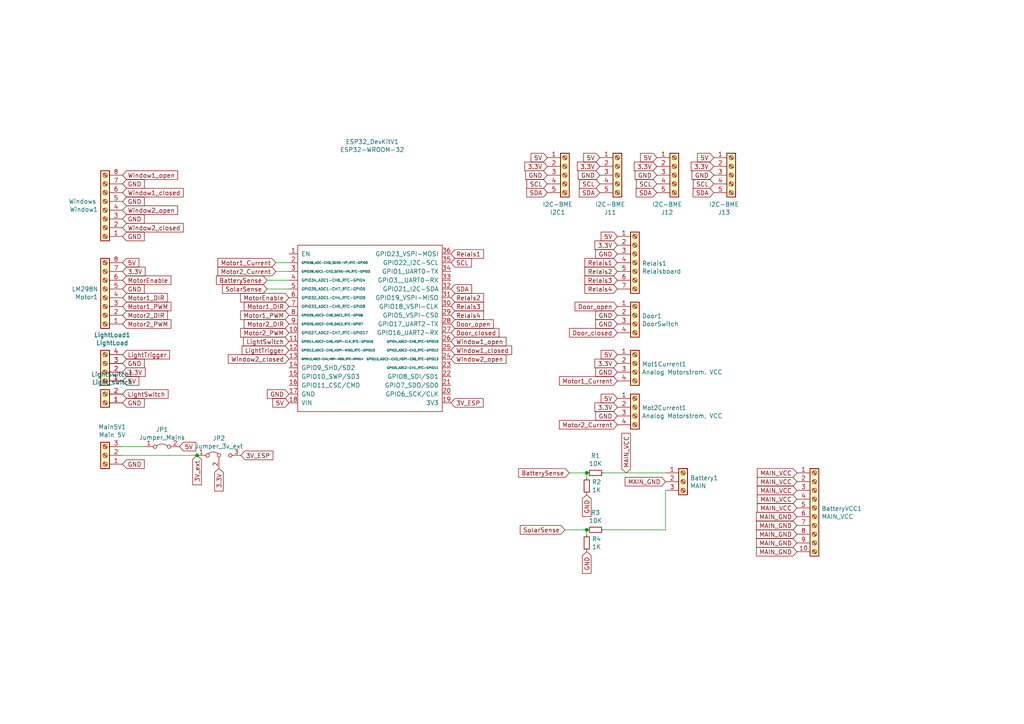
<source format=kicad_sch>
(kicad_sch (version 20211123) (generator eeschema)
  (paper "A4")
  (lib_symbols
    (symbol "Connector:Screw_Terminal_01x02" (pin_names (offset 1.016) hide)
      (property "Reference" "J" (at 0 2.54 0))
      (property "Value" "Screw_Terminal_01x02" (at 0 -5.08 0))
      (symbol "Screw_Terminal_01x02_1_1"
        (rectangle (start -1.27 1.27) (end 1.27 -3.81) (stroke (width 0.254)) (fill (type background)))
        (circle (center 0 -2.54) (radius 0.635) (stroke (width 0.1524)))
        (polyline (pts (xy -0.5334 -2.2098) (xy 0.3302 -3.048)) (stroke (width 0.1524)))
        (polyline (pts (xy -0.5334 0.3302) (xy 0.3302 -0.508)) (stroke (width 0.1524)))
        (polyline (pts (xy -0.3556 -2.032) (xy 0.508 -2.8702)) (stroke (width 0.1524)))
        (polyline (pts (xy -0.3556 0.508) (xy 0.508 -0.3302)) (stroke (width 0.1524)))
        (circle (center 0 0) (radius 0.635) (stroke (width 0.1524)))
        (pin passive line (at -5.08 0 0) (length 3.81) (name "Pin_1") (number "1"))
        (pin passive line (at -5.08 -2.54 0) (length 3.81) (name "Pin_2") (number "2"))
      )
    )
    (symbol "Connector:Screw_Terminal_01x03" (pin_names (offset 1.016) hide)
      (property "Reference" "J" (at 0 5.08 0))
      (property "Value" "Screw_Terminal_01x03" (at 0 -5.08 0))
      (symbol "Screw_Terminal_01x03_1_1"
        (rectangle (start -1.27 3.81) (end 1.27 -3.81) (stroke (width 0.254)) (fill (type background)))
        (circle (center 0 -2.54) (radius 0.635) (stroke (width 0.1524)))
        (polyline (pts (xy -0.5334 -2.2098) (xy 0.3302 -3.048)) (stroke (width 0.1524)))
        (polyline (pts (xy -0.5334 0.3302) (xy 0.3302 -0.508)) (stroke (width 0.1524)))
        (polyline (pts (xy -0.5334 2.8702) (xy 0.3302 2.032)) (stroke (width 0.1524)))
        (polyline (pts (xy -0.3556 -2.032) (xy 0.508 -2.8702)) (stroke (width 0.1524)))
        (polyline (pts (xy -0.3556 0.508) (xy 0.508 -0.3302)) (stroke (width 0.1524)))
        (polyline (pts (xy -0.3556 3.048) (xy 0.508 2.2098)) (stroke (width 0.1524)))
        (circle (center 0 0) (radius 0.635) (stroke (width 0.1524)))
        (circle (center 0 2.54) (radius 0.635) (stroke (width 0.1524)))
        (pin passive line (at -5.08 2.54 0) (length 3.81) (name "Pin_1") (number "1"))
        (pin passive line (at -5.08 0 0) (length 3.81) (name "Pin_2") (number "2"))
        (pin passive line (at -5.08 -2.54 0) (length 3.81) (name "Pin_3") (number "3"))
      )
    )
    (symbol "Connector:Screw_Terminal_01x04" (pin_names (offset 1.016) hide)
      (property "Reference" "J" (at 0 5.08 0))
      (property "Value" "Screw_Terminal_01x04" (at 0 -7.62 0))
      (symbol "Screw_Terminal_01x04_1_1"
        (rectangle (start -1.27 3.81) (end 1.27 -6.35) (stroke (width 0.254)) (fill (type background)))
        (circle (center 0 -5.08) (radius 0.635) (stroke (width 0.1524)))
        (circle (center 0 -2.54) (radius 0.635) (stroke (width 0.1524)))
        (polyline (pts (xy -0.5334 -4.7498) (xy 0.3302 -5.588)) (stroke (width 0.1524)))
        (polyline (pts (xy -0.5334 -2.2098) (xy 0.3302 -3.048)) (stroke (width 0.1524)))
        (polyline (pts (xy -0.5334 0.3302) (xy 0.3302 -0.508)) (stroke (width 0.1524)))
        (polyline (pts (xy -0.5334 2.8702) (xy 0.3302 2.032)) (stroke (width 0.1524)))
        (polyline (pts (xy -0.3556 -4.572) (xy 0.508 -5.4102)) (stroke (width 0.1524)))
        (polyline (pts (xy -0.3556 -2.032) (xy 0.508 -2.8702)) (stroke (width 0.1524)))
        (polyline (pts (xy -0.3556 0.508) (xy 0.508 -0.3302)) (stroke (width 0.1524)))
        (polyline (pts (xy -0.3556 3.048) (xy 0.508 2.2098)) (stroke (width 0.1524)))
        (circle (center 0 0) (radius 0.635) (stroke (width 0.1524)))
        (circle (center 0 2.54) (radius 0.635) (stroke (width 0.1524)))
        (pin passive line (at -5.08 2.54 0) (length 3.81) (name "Pin_1") (number "1"))
        (pin passive line (at -5.08 0 0) (length 3.81) (name "Pin_2") (number "2"))
        (pin passive line (at -5.08 -2.54 0) (length 3.81) (name "Pin_3") (number "3"))
        (pin passive line (at -5.08 -5.08 0) (length 3.81) (name "Pin_4") (number "4"))
      )
    )
    (symbol "Connector:Screw_Terminal_01x05" (pin_names (offset 1.016) hide)
      (property "Reference" "J" (at 0 7.62 0))
      (property "Value" "Screw_Terminal_01x05" (at 0 -7.62 0))
      (symbol "Screw_Terminal_01x05_1_1"
        (rectangle (start -1.27 6.35) (end 1.27 -6.35) (stroke (width 0.254)) (fill (type background)))
        (circle (center 0 -5.08) (radius 0.635) (stroke (width 0.1524)))
        (circle (center 0 -2.54) (radius 0.635) (stroke (width 0.1524)))
        (polyline (pts (xy -0.5334 -4.7498) (xy 0.3302 -5.588)) (stroke (width 0.1524)))
        (polyline (pts (xy -0.5334 -2.2098) (xy 0.3302 -3.048)) (stroke (width 0.1524)))
        (polyline (pts (xy -0.5334 0.3302) (xy 0.3302 -0.508)) (stroke (width 0.1524)))
        (polyline (pts (xy -0.5334 2.8702) (xy 0.3302 2.032)) (stroke (width 0.1524)))
        (polyline (pts (xy -0.5334 5.4102) (xy 0.3302 4.572)) (stroke (width 0.1524)))
        (polyline (pts (xy -0.3556 -4.572) (xy 0.508 -5.4102)) (stroke (width 0.1524)))
        (polyline (pts (xy -0.3556 -2.032) (xy 0.508 -2.8702)) (stroke (width 0.1524)))
        (polyline (pts (xy -0.3556 0.508) (xy 0.508 -0.3302)) (stroke (width 0.1524)))
        (polyline (pts (xy -0.3556 3.048) (xy 0.508 2.2098)) (stroke (width 0.1524)))
        (polyline (pts (xy -0.3556 5.588) (xy 0.508 4.7498)) (stroke (width 0.1524)))
        (circle (center 0 0) (radius 0.635) (stroke (width 0.1524)))
        (circle (center 0 2.54) (radius 0.635) (stroke (width 0.1524)))
        (circle (center 0 5.08) (radius 0.635) (stroke (width 0.1524)))
        (pin passive line (at -5.08 5.08 0) (length 3.81) (name "Pin_1") (number "1"))
        (pin passive line (at -5.08 2.54 0) (length 3.81) (name "Pin_2") (number "2"))
        (pin passive line (at -5.08 0 0) (length 3.81) (name "Pin_3") (number "3"))
        (pin passive line (at -5.08 -2.54 0) (length 3.81) (name "Pin_4") (number "4"))
        (pin passive line (at -5.08 -5.08 0) (length 3.81) (name "Pin_5") (number "5"))
      )
    )
    (symbol "Connector:Screw_Terminal_01x07" (pin_names (offset 1.016) hide)
      (property "Reference" "J" (at 0 10.16 0))
      (property "Value" "Screw_Terminal_01x07" (at 0 -10.16 0))
      (symbol "Screw_Terminal_01x07_1_1"
        (rectangle (start -1.27 8.89) (end 1.27 -8.89) (stroke (width 0.254)) (fill (type background)))
        (circle (center 0 -7.62) (radius 0.635) (stroke (width 0.1524)))
        (circle (center 0 -5.08) (radius 0.635) (stroke (width 0.1524)))
        (circle (center 0 -2.54) (radius 0.635) (stroke (width 0.1524)))
        (polyline (pts (xy -0.5334 -7.2898) (xy 0.3302 -8.128)) (stroke (width 0.1524)))
        (polyline (pts (xy -0.5334 -4.7498) (xy 0.3302 -5.588)) (stroke (width 0.1524)))
        (polyline (pts (xy -0.5334 -2.2098) (xy 0.3302 -3.048)) (stroke (width 0.1524)))
        (polyline (pts (xy -0.5334 0.3302) (xy 0.3302 -0.508)) (stroke (width 0.1524)))
        (polyline (pts (xy -0.5334 2.8702) (xy 0.3302 2.032)) (stroke (width 0.1524)))
        (polyline (pts (xy -0.5334 5.4102) (xy 0.3302 4.572)) (stroke (width 0.1524)))
        (polyline (pts (xy -0.5334 7.9502) (xy 0.3302 7.112)) (stroke (width 0.1524)))
        (polyline (pts (xy -0.3556 -7.112) (xy 0.508 -7.9502)) (stroke (width 0.1524)))
        (polyline (pts (xy -0.3556 -4.572) (xy 0.508 -5.4102)) (stroke (width 0.1524)))
        (polyline (pts (xy -0.3556 -2.032) (xy 0.508 -2.8702)) (stroke (width 0.1524)))
        (polyline (pts (xy -0.3556 0.508) (xy 0.508 -0.3302)) (stroke (width 0.1524)))
        (polyline (pts (xy -0.3556 3.048) (xy 0.508 2.2098)) (stroke (width 0.1524)))
        (polyline (pts (xy -0.3556 5.588) (xy 0.508 4.7498)) (stroke (width 0.1524)))
        (polyline (pts (xy -0.3556 8.128) (xy 0.508 7.2898)) (stroke (width 0.1524)))
        (circle (center 0 0) (radius 0.635) (stroke (width 0.1524)))
        (circle (center 0 2.54) (radius 0.635) (stroke (width 0.1524)))
        (circle (center 0 5.08) (radius 0.635) (stroke (width 0.1524)))
        (circle (center 0 7.62) (radius 0.635) (stroke (width 0.1524)))
        (pin passive line (at -5.08 7.62 0) (length 3.81) (name "Pin_1") (number "1"))
        (pin passive line (at -5.08 5.08 0) (length 3.81) (name "Pin_2") (number "2"))
        (pin passive line (at -5.08 2.54 0) (length 3.81) (name "Pin_3") (number "3"))
        (pin passive line (at -5.08 0 0) (length 3.81) (name "Pin_4") (number "4"))
        (pin passive line (at -5.08 -2.54 0) (length 3.81) (name "Pin_5") (number "5"))
        (pin passive line (at -5.08 -5.08 0) (length 3.81) (name "Pin_6") (number "6"))
        (pin passive line (at -5.08 -7.62 0) (length 3.81) (name "Pin_7") (number "7"))
      )
    )
    (symbol "Connector:Screw_Terminal_01x08" (pin_names (offset 1.016) hide)
      (property "Reference" "J" (at 0 10.16 0))
      (property "Value" "Screw_Terminal_01x08" (at 0 -12.7 0))
      (symbol "Screw_Terminal_01x08_1_1"
        (rectangle (start -1.27 8.89) (end 1.27 -11.43) (stroke (width 0.254)) (fill (type background)))
        (circle (center 0 -10.16) (radius 0.635) (stroke (width 0.1524)))
        (circle (center 0 -7.62) (radius 0.635) (stroke (width 0.1524)))
        (circle (center 0 -5.08) (radius 0.635) (stroke (width 0.1524)))
        (circle (center 0 -2.54) (radius 0.635) (stroke (width 0.1524)))
        (polyline (pts (xy -0.5334 -9.8298) (xy 0.3302 -10.668)) (stroke (width 0.1524)))
        (polyline (pts (xy -0.5334 -7.2898) (xy 0.3302 -8.128)) (stroke (width 0.1524)))
        (polyline (pts (xy -0.5334 -4.7498) (xy 0.3302 -5.588)) (stroke (width 0.1524)))
        (polyline (pts (xy -0.5334 -2.2098) (xy 0.3302 -3.048)) (stroke (width 0.1524)))
        (polyline (pts (xy -0.5334 0.3302) (xy 0.3302 -0.508)) (stroke (width 0.1524)))
        (polyline (pts (xy -0.5334 2.8702) (xy 0.3302 2.032)) (stroke (width 0.1524)))
        (polyline (pts (xy -0.5334 5.4102) (xy 0.3302 4.572)) (stroke (width 0.1524)))
        (polyline (pts (xy -0.5334 7.9502) (xy 0.3302 7.112)) (stroke (width 0.1524)))
        (polyline (pts (xy -0.3556 -9.652) (xy 0.508 -10.4902)) (stroke (width 0.1524)))
        (polyline (pts (xy -0.3556 -7.112) (xy 0.508 -7.9502)) (stroke (width 0.1524)))
        (polyline (pts (xy -0.3556 -4.572) (xy 0.508 -5.4102)) (stroke (width 0.1524)))
        (polyline (pts (xy -0.3556 -2.032) (xy 0.508 -2.8702)) (stroke (width 0.1524)))
        (polyline (pts (xy -0.3556 0.508) (xy 0.508 -0.3302)) (stroke (width 0.1524)))
        (polyline (pts (xy -0.3556 3.048) (xy 0.508 2.2098)) (stroke (width 0.1524)))
        (polyline (pts (xy -0.3556 5.588) (xy 0.508 4.7498)) (stroke (width 0.1524)))
        (polyline (pts (xy -0.3556 8.128) (xy 0.508 7.2898)) (stroke (width 0.1524)))
        (circle (center 0 0) (radius 0.635) (stroke (width 0.1524)))
        (circle (center 0 2.54) (radius 0.635) (stroke (width 0.1524)))
        (circle (center 0 5.08) (radius 0.635) (stroke (width 0.1524)))
        (circle (center 0 7.62) (radius 0.635) (stroke (width 0.1524)))
        (pin passive line (at -5.08 7.62 0) (length 3.81) (name "Pin_1") (number "1"))
        (pin passive line (at -5.08 5.08 0) (length 3.81) (name "Pin_2") (number "2"))
        (pin passive line (at -5.08 2.54 0) (length 3.81) (name "Pin_3") (number "3"))
        (pin passive line (at -5.08 0 0) (length 3.81) (name "Pin_4") (number "4"))
        (pin passive line (at -5.08 -2.54 0) (length 3.81) (name "Pin_5") (number "5"))
        (pin passive line (at -5.08 -5.08 0) (length 3.81) (name "Pin_6") (number "6"))
        (pin passive line (at -5.08 -7.62 0) (length 3.81) (name "Pin_7") (number "7"))
        (pin passive line (at -5.08 -10.16 0) (length 3.81) (name "Pin_8") (number "8"))
      )
    )
    (symbol "Connector:Screw_Terminal_01x10" (pin_names (offset 1.016) hide)
      (property "Reference" "J" (at 0 12.7 0))
      (property "Value" "Screw_Terminal_01x10" (at 0 -15.24 0))
      (symbol "Screw_Terminal_01x10_1_1"
        (rectangle (start -1.27 11.43) (end 1.27 -13.97) (stroke (width 0.254)) (fill (type background)))
        (circle (center 0 -12.7) (radius 0.635) (stroke (width 0.1524)))
        (circle (center 0 -10.16) (radius 0.635) (stroke (width 0.1524)))
        (circle (center 0 -7.62) (radius 0.635) (stroke (width 0.1524)))
        (circle (center 0 -5.08) (radius 0.635) (stroke (width 0.1524)))
        (circle (center 0 -2.54) (radius 0.635) (stroke (width 0.1524)))
        (polyline (pts (xy -0.5334 -12.3698) (xy 0.3302 -13.208)) (stroke (width 0.1524)))
        (polyline (pts (xy -0.5334 -9.8298) (xy 0.3302 -10.668)) (stroke (width 0.1524)))
        (polyline (pts (xy -0.5334 -7.2898) (xy 0.3302 -8.128)) (stroke (width 0.1524)))
        (polyline (pts (xy -0.5334 -4.7498) (xy 0.3302 -5.588)) (stroke (width 0.1524)))
        (polyline (pts (xy -0.5334 -2.2098) (xy 0.3302 -3.048)) (stroke (width 0.1524)))
        (polyline (pts (xy -0.5334 0.3302) (xy 0.3302 -0.508)) (stroke (width 0.1524)))
        (polyline (pts (xy -0.5334 2.8702) (xy 0.3302 2.032)) (stroke (width 0.1524)))
        (polyline (pts (xy -0.5334 5.4102) (xy 0.3302 4.572)) (stroke (width 0.1524)))
        (polyline (pts (xy -0.5334 7.9502) (xy 0.3302 7.112)) (stroke (width 0.1524)))
        (polyline (pts (xy -0.5334 10.4902) (xy 0.3302 9.652)) (stroke (width 0.1524)))
        (polyline (pts (xy -0.3556 -12.192) (xy 0.508 -13.0302)) (stroke (width 0.1524)))
        (polyline (pts (xy -0.3556 -9.652) (xy 0.508 -10.4902)) (stroke (width 0.1524)))
        (polyline (pts (xy -0.3556 -7.112) (xy 0.508 -7.9502)) (stroke (width 0.1524)))
        (polyline (pts (xy -0.3556 -4.572) (xy 0.508 -5.4102)) (stroke (width 0.1524)))
        (polyline (pts (xy -0.3556 -2.032) (xy 0.508 -2.8702)) (stroke (width 0.1524)))
        (polyline (pts (xy -0.3556 0.508) (xy 0.508 -0.3302)) (stroke (width 0.1524)))
        (polyline (pts (xy -0.3556 3.048) (xy 0.508 2.2098)) (stroke (width 0.1524)))
        (polyline (pts (xy -0.3556 5.588) (xy 0.508 4.7498)) (stroke (width 0.1524)))
        (polyline (pts (xy -0.3556 8.128) (xy 0.508 7.2898)) (stroke (width 0.1524)))
        (polyline (pts (xy -0.3556 10.668) (xy 0.508 9.8298)) (stroke (width 0.1524)))
        (circle (center 0 0) (radius 0.635) (stroke (width 0.1524)))
        (circle (center 0 2.54) (radius 0.635) (stroke (width 0.1524)))
        (circle (center 0 5.08) (radius 0.635) (stroke (width 0.1524)))
        (circle (center 0 7.62) (radius 0.635) (stroke (width 0.1524)))
        (circle (center 0 10.16) (radius 0.635) (stroke (width 0.1524)))
        (pin passive line (at -5.08 10.16 0) (length 3.81) (name "Pin_1") (number "1"))
        (pin passive line (at -5.08 -12.7 0) (length 3.81) (name "Pin_10") (number "10"))
        (pin passive line (at -5.08 7.62 0) (length 3.81) (name "Pin_2") (number "2"))
        (pin passive line (at -5.08 5.08 0) (length 3.81) (name "Pin_3") (number "3"))
        (pin passive line (at -5.08 2.54 0) (length 3.81) (name "Pin_4") (number "4"))
        (pin passive line (at -5.08 0 0) (length 3.81) (name "Pin_5") (number "5"))
        (pin passive line (at -5.08 -2.54 0) (length 3.81) (name "Pin_6") (number "6"))
        (pin passive line (at -5.08 -5.08 0) (length 3.81) (name "Pin_7") (number "7"))
        (pin passive line (at -5.08 -7.62 0) (length 3.81) (name "Pin_8") (number "8"))
        (pin passive line (at -5.08 -10.16 0) (length 3.81) (name "Pin_9") (number "9"))
      )
    )
    (symbol "Device:R_Small" (pin_numbers hide) (pin_names (offset 0.254) hide)
      (property "Reference" "R" (at 0.762 0.508 0))
      (property "Value" "R_Small" (at 0.762 -1.016 0))
      (symbol "R_Small_0_1"
        (rectangle (start -0.762 1.778) (end 0.762 -1.778) (stroke (width 0.2032)))
      )
      (symbol "R_Small_1_1"
        (pin passive line (at 0 2.54 270) (length 0.762) (name "~") (number "1"))
        (pin passive line (at 0 -2.54 90) (length 0.762) (name "~") (number "2"))
      )
    )
    (symbol "Jumper:Jumper_2_Bridged" (pin_names (offset 0) hide)
      (property "Reference" "JP" (at 0 1.905 0))
      (property "Value" "Jumper_2_Bridged" (at 0 -2.54 0))
      (symbol "Jumper_2_Bridged_0_0"
        (circle (center -2.032 0) (radius 0.508))
        (circle (center 2.032 0) (radius 0.508))
      )
      (symbol "Jumper_2_Bridged_0_1"
        (arc (start 1.524 0.254) (mid 0 0.762) (end -1.524 0.254))
      )
      (symbol "Jumper_2_Bridged_1_1"
        (pin passive line (at -5.08 0 0) (length 2.54) (name "A") (number "1"))
        (pin passive line (at 5.08 0 180) (length 2.54) (name "B") (number "2"))
      )
    )
    (symbol "doit-esp32-devkit-v1:DOIT-ESP32-DEVKIT-V1" (pin_names (offset 1.016))
      (property "Reference" "U" (at -1.27 11.43 0))
      (property "Value" "DOIT-ESP32-DEVKIT-V1" (at 0 13.97 0))
      (symbol "DOIT-ESP32-DEVKIT-V1_0_1"
        (rectangle (start 20.32 10.16) (end -21.59 -38.1))
      )
      (symbol "DOIT-ESP32-DEVKIT-V1_1_1"
        (pin output line (at -24.13 7.62 0) (length 2.54) (name "EN") (number "1"))
        (pin bidirectional line (at -24.13 -15.24 0) (length 2.54) (name "GPIO27_ADC2-CH7_RTC-GPIO17") (number "10"))
        (pin bidirectional line (at -24.13 -17.78 0) (length 2.54) (name "GPIO14_ADC2-CH6_HSPI-CLK_RTC-GPIO16") (number "11"))
        (pin bidirectional line (at -24.13 -20.32 0) (length 2.54) (name "GPIO12_ADC2-CH5_HSPI-MISO_RTC-GPIO15") (number "12"))
        (pin bidirectional line (at -24.13 -22.86 0) (length 2.54) (name "GPIO13_ADC2-CH4_HSPI-MOSI_RTC-GPIO14") (number "13"))
        (pin unspecified line (at -24.13 -25.4 0) (length 2.54) (name "GPIO9_SHD/SD2") (number "14"))
        (pin unspecified line (at -24.13 -27.94 0) (length 2.54) (name "GPIO10_SWP/SD3") (number "15"))
        (pin unspecified line (at -24.13 -30.48 0) (length 2.54) (name "GPIO11_CSC/CMD") (number "16"))
        (pin bidirectional line (at -24.13 -33.02 0) (length 2.54) (name "GND") (number "17"))
        (pin bidirectional line (at -24.13 -35.56 0) (length 2.54) (name "VIN") (number "18"))
        (pin output line (at 22.86 -35.56 180) (length 2.54) (name "3V3") (number "19"))
        (pin bidirectional line (at -24.13 5.08 0) (length 2.54) (name "GPIO36_ADC-CH0_SENS-VP_RTC-GPIO0") (number "2"))
        (pin unspecified line (at 22.86 -33.02 180) (length 2.54) (name "GPIO6_SCK/CLK") (number "20"))
        (pin unspecified line (at 22.86 -30.48 180) (length 2.54) (name "GPIO7_SDO/SD0") (number "21"))
        (pin unspecified line (at 22.86 -27.94 180) (length 2.54) (name "GPIO8_SDI/SD1") (number "22"))
        (pin bidirectional line (at 22.86 -25.4 180) (length 2.54) (name "GPIO0_ADC2-CH1_RTC-GPIO11") (number "23"))
        (pin bidirectional line (at 22.86 -22.86 180) (length 2.54) (name "GPIO15_ADC2-CH3_HSPI-CS0_RTC-GPIO13") (number "24"))
        (pin bidirectional line (at 22.86 -20.32 180) (length 2.54) (name "GPIO2_ADC2-CH2_RTC-GPIO12") (number "25"))
        (pin bidirectional line (at 22.86 -17.78 180) (length 2.54) (name "GPIO4_ADC2-CH0_RTC-GPIO10") (number "26"))
        (pin bidirectional line (at 22.86 -15.24 180) (length 2.54) (name "GPIO16_UART2-RX") (number "27"))
        (pin bidirectional line (at 22.86 -12.7 180) (length 2.54) (name "GPIO17_UART2-TX") (number "28"))
        (pin bidirectional line (at 22.86 -10.16 180) (length 2.54) (name "GPIO5_VSPI-CS0") (number "29"))
        (pin bidirectional line (at -24.13 2.54 0) (length 2.54) (name "GPIO39_ADC1-CH3_SENS-VN_RTC-GPIO3") (number "3"))
        (pin bidirectional line (at 22.86 -7.62 180) (length 2.54) (name "GPIO18_VSPI-CLK") (number "30"))
        (pin bidirectional line (at 22.86 -5.08 180) (length 2.54) (name "GPIO19_VSPI-MISO") (number "31"))
        (pin bidirectional line (at 22.86 -2.54 180) (length 2.54) (name "GPIO21_I2C-SDA") (number "32"))
        (pin bidirectional line (at 22.86 0 180) (length 2.54) (name "GPIO3__UART0-RX") (number "33"))
        (pin bidirectional line (at 22.86 2.54 180) (length 2.54) (name "GPIO1_UART0-TX") (number "34"))
        (pin bidirectional line (at 22.86 5.08 180) (length 2.54) (name "GPIO22_I2C-SCL") (number "35"))
        (pin bidirectional line (at 22.86 7.62 180) (length 2.54) (name "GPIO23_VSPI-MOSI") (number "36"))
        (pin bidirectional line (at -24.13 0 0) (length 2.54) (name "GPIO34_ADC1-CH6_RTC-GPIO4") (number "4"))
        (pin bidirectional line (at -24.13 -2.54 0) (length 2.54) (name "GPIO35_ADC1-CH7_RTC-GPIO5") (number "5"))
        (pin bidirectional line (at -24.13 -5.08 0) (length 2.54) (name "GPIO32_ADC1-CH4_RTC-GPIO9") (number "6"))
        (pin bidirectional line (at -24.13 -7.62 0) (length 2.54) (name "GPIO33_ADC1-CH5_RTC-GPIO8") (number "7"))
        (pin bidirectional line (at -24.13 -10.16 0) (length 2.54) (name "GPIO25_ADC2-CH8_DAC1_RTC-GPIO6") (number "8"))
        (pin bidirectional line (at -24.13 -12.7 0) (length 2.54) (name "GPIO26_ADC2-CH9_DAC2_RTC-GPIO7") (number "9"))
      )
    )
    (symbol "greenhouse-rescue:Jumper_3_Bridged12-Jumper" (pin_names (offset 0) hide)
      (property "Reference" "JP" (at -2.54 -2.54 0))
      (property "Value" "Jumper_3_Bridged12-Jumper" (at 0 2.794 0))
      (symbol "Jumper_3_Bridged12-Jumper_0_0"
        (circle (center -3.302 0) (radius 0.508))
        (circle (center 0 0) (radius 0.508))
        (circle (center 3.302 0) (radius 0.508))
      )
      (symbol "Jumper_3_Bridged12-Jumper_0_1"
        (arc (start -0.254 0.508) (mid -1.651 0.9912) (end -3.048 0.508))
        (polyline (pts (xy 0 -1.27) (xy 0 -0.508)))
      )
      (symbol "Jumper_3_Bridged12-Jumper_1_1"
        (pin passive line (at -6.35 0 0) (length 2.54) (name "A") (number "1"))
        (pin input line (at 0 -3.81 90) (length 2.54) (name "C") (number "2"))
        (pin passive line (at 6.35 0 180) (length 2.54) (name "B") (number "3"))
      )
    )
  )
  (junction (at 170.18 137.16))
  (junction (at 57.15 132.08))
  (junction (at 170.18 153.67))
  (wire (pts (xy 175.26 137.16) (xy 193.04 137.16)))
  (wire (pts (xy 35.56 132.08) (xy 57.15 132.08)))
  (wire (pts (xy 165.1 137.16) (xy 170.18 137.16)))
  (wire (pts (xy 170.18 138.43) (xy 170.18 137.16)))
  (wire (pts (xy 77.47 83.82) (xy 83.82 83.82)))
  (wire (pts (xy 175.26 153.67) (xy 193.04 153.67)))
  (wire (pts (xy 77.47 81.28) (xy 83.82 81.28)))
  (wire (pts (xy 57.15 132.08) (xy 58.42 132.08)))
  (wire (pts (xy 163.83 153.67) (xy 170.18 153.67)))
  (wire (pts (xy 35.56 129.54) (xy 41.91 129.54)))
  (wire (pts (xy 193.04 142.24) (xy 193.04 153.67)))
  (wire (pts (xy 170.18 154.94) (xy 170.18 153.67)))
  (wire (pts (xy 80.01 78.74) (xy 83.82 78.74)))
  (wire (pts (xy 80.01 76.2) (xy 83.82 76.2)))
  (global_label "MAIN_GND" (shape input) (at 231.14 157.48 180) (property "Intersheet References" "${INTERSHEET_REFS}" (effects hide)))
  (global_label "Motor1_DIR" (shape input) (at 35.56 86.36 0) (property "Intersheet References" "${INTERSHEET_REFS}" (effects hide)))
  (global_label "GND" (shape input) (at 35.56 68.58 0) (property "Intersheet References" "${INTERSHEET_REFS}" (effects hide)))
  (global_label "MAIN_VCC" (shape input) (at 231.14 144.78 180) (property "Intersheet References" "${INTERSHEET_REFS}" (effects hide)))
  (global_label "3.3V" (shape input) (at 35.56 107.95 0) (property "Intersheet References" "${INTERSHEET_REFS}" (effects hide)))
  (global_label "Door_closed" (shape input) (at 130.81 96.52 0) (property "Intersheet References" "${INTERSHEET_REFS}" (effects hide)))
  (global_label "Window1_open" (shape input) (at 35.56 50.8 0) (property "Intersheet References" "${INTERSHEET_REFS}" (effects hide)))
  (global_label "Motor1_PWM" (shape input) (at 83.82 91.44 180) (property "Intersheet References" "${INTERSHEET_REFS}" (effects hide)))
  (global_label "GND" (shape input) (at 173.99 50.8 180) (property "Intersheet References" "${INTERSHEET_REFS}" (effects hide)))
  (global_label "GND" (shape input) (at 35.56 134.62 0) (property "Intersheet References" "${INTERSHEET_REFS}" (effects hide)))
  (global_label "GND" (shape input) (at 35.56 83.82 0) (property "Intersheet References" "${INTERSHEET_REFS}" (effects hide)))
  (global_label "GND" (shape input) (at 179.07 120.65 180) (property "Intersheet References" "${INTERSHEET_REFS}" (effects hide)))
  (global_label "SCL" (shape input) (at 158.75 53.34 180) (property "Intersheet References" "${INTERSHEET_REFS}" (effects hide)))
  (global_label "3.3V" (shape input) (at 179.07 118.11 180) (property "Intersheet References" "${INTERSHEET_REFS}" (effects hide)))
  (global_label "3.3V" (shape input) (at 173.99 48.26 180) (property "Intersheet References" "${INTERSHEET_REFS}" (effects hide)))
  (global_label "Relais4" (shape input) (at 130.81 91.44 0) (property "Intersheet References" "${INTERSHEET_REFS}" (effects hide)))
  (global_label "MAIN_VCC" (shape input) (at 231.14 147.32 180) (property "Intersheet References" "${INTERSHEET_REFS}" (effects hide)))
  (global_label "GND" (shape input) (at 35.56 105.41 0) (property "Intersheet References" "${INTERSHEET_REFS}" (effects hide)))
  (global_label "MAIN_GND" (shape input) (at 231.14 149.86 180) (property "Intersheet References" "${INTERSHEET_REFS}" (effects hide)))
  (global_label "BatterySense" (shape input) (at 165.1 137.16 180) (property "Intersheet References" "${INTERSHEET_REFS}" (effects hide)))
  (global_label "Motor1_DIR" (shape input) (at 83.82 88.9 180) (property "Intersheet References" "${INTERSHEET_REFS}" (effects hide)))
  (global_label "MAIN_GND" (shape input) (at 193.04 139.7 180) (property "Intersheet References" "${INTERSHEET_REFS}" (effects hide)))
  (global_label "5V" (shape input) (at 179.07 102.87 180) (property "Intersheet References" "${INTERSHEET_REFS}" (effects hide)))
  (global_label "GND" (shape input) (at 35.56 116.84 0) (property "Intersheet References" "${INTERSHEET_REFS}" (effects hide)))
  (global_label "GND" (shape input) (at 179.07 107.95 180) (property "Intersheet References" "${INTERSHEET_REFS}" (effects hide)))
  (global_label "Window1_open" (shape input) (at 130.81 99.06 0) (property "Intersheet References" "${INTERSHEET_REFS}" (effects hide)))
  (global_label "SCL" (shape input) (at 173.99 53.34 180) (property "Intersheet References" "${INTERSHEET_REFS}" (effects hide)))
  (global_label "5V" (shape input) (at 35.56 110.49 0) (property "Intersheet References" "${INTERSHEET_REFS}" (effects hide)))
  (global_label "Motor2_Current" (shape input) (at 80.01 78.74 180) (property "Intersheet References" "${INTERSHEET_REFS}" (effects hide)))
  (global_label "MAIN_GND" (shape input) (at 231.14 154.94 180) (property "Intersheet References" "${INTERSHEET_REFS}" (effects hide)))
  (global_label "3V_ESP" (shape input) (at 69.85 132.08 0) (property "Intersheet References" "${INTERSHEET_REFS}" (effects hide)))
  (global_label "GND" (shape input) (at 35.56 58.42 0) (property "Intersheet References" "${INTERSHEET_REFS}" (effects hide)))
  (global_label "Window1_closed" (shape input) (at 130.81 101.6 0) (property "Intersheet References" "${INTERSHEET_REFS}" (effects hide)))
  (global_label "GND" (shape input) (at 170.18 160.02 270) (property "Intersheet References" "${INTERSHEET_REFS}" (effects hide)))
  (global_label "3.3V" (shape input) (at 63.5 135.89 270) (property "Intersheet References" "${INTERSHEET_REFS}" (effects hide)))
  (global_label "GND" (shape input) (at 158.75 50.8 180) (property "Intersheet References" "${INTERSHEET_REFS}" (effects hide)))
  (global_label "GND" (shape input) (at 179.07 91.44 180) (property "Intersheet References" "${INTERSHEET_REFS}" (effects hide)))
  (global_label "3.3V" (shape input) (at 158.75 48.26 180) (property "Intersheet References" "${INTERSHEET_REFS}" (effects hide)))
  (global_label "5V" (shape input) (at 207.01 45.72 180) (property "Intersheet References" "${INTERSHEET_REFS}" (effects hide)))
  (global_label "3V_ESP" (shape input) (at 130.81 116.84 0) (property "Intersheet References" "${INTERSHEET_REFS}" (effects hide)))
  (global_label "5V" (shape input) (at 52.07 129.54 0) (property "Intersheet References" "${INTERSHEET_REFS}" (effects hide)))
  (global_label "Motor2_Current" (shape input) (at 179.07 123.19 180) (property "Intersheet References" "${INTERSHEET_REFS}" (effects hide)))
  (global_label "Relais1" (shape input) (at 130.81 73.66 0) (property "Intersheet References" "${INTERSHEET_REFS}" (effects hide)))
  (global_label "LightSwitch" (shape input) (at 35.56 114.3 0) (property "Intersheet References" "${INTERSHEET_REFS}" (effects hide)))
  (global_label "SDA" (shape input) (at 190.5 55.88 180) (property "Intersheet References" "${INTERSHEET_REFS}" (effects hide)))
  (global_label "5V" (shape input) (at 179.07 68.58 180) (property "Intersheet References" "${INTERSHEET_REFS}" (effects hide)))
  (global_label "5V" (shape input) (at 179.07 115.57 180) (property "Intersheet References" "${INTERSHEET_REFS}" (effects hide)))
  (global_label "SCL" (shape input) (at 207.01 53.34 180) (property "Intersheet References" "${INTERSHEET_REFS}" (effects hide)))
  (global_label "Relais2" (shape input) (at 130.81 86.36 0) (property "Intersheet References" "${INTERSHEET_REFS}" (effects hide)))
  (global_label "MAIN_VCC" (shape input) (at 231.14 139.7 180) (property "Intersheet References" "${INTERSHEET_REFS}" (effects hide)))
  (global_label "3.3V" (shape input) (at 190.5 48.26 180) (property "Intersheet References" "${INTERSHEET_REFS}" (effects hide)))
  (global_label "Door_closed" (shape input) (at 179.07 96.52 180) (property "Intersheet References" "${INTERSHEET_REFS}" (effects hide)))
  (global_label "GND" (shape input) (at 190.5 50.8 180) (property "Intersheet References" "${INTERSHEET_REFS}" (effects hide)))
  (global_label "Motor2_DIR" (shape input) (at 83.82 93.98 180) (property "Intersheet References" "${INTERSHEET_REFS}" (effects hide)))
  (global_label "MAIN_VCC" (shape input) (at 231.14 142.24 180) (property "Intersheet References" "${INTERSHEET_REFS}" (effects hide)))
  (global_label "5V" (shape input) (at 158.75 45.72 180) (property "Intersheet References" "${INTERSHEET_REFS}" (effects hide)))
  (global_label "SCL" (shape input) (at 190.5 53.34 180) (property "Intersheet References" "${INTERSHEET_REFS}" (effects hide)))
  (global_label "SDA" (shape input) (at 207.01 55.88 180) (property "Intersheet References" "${INTERSHEET_REFS}" (effects hide)))
  (global_label "LightTrigger" (shape input) (at 83.82 101.6 180) (property "Intersheet References" "${INTERSHEET_REFS}" (effects hide)))
  (global_label "Relais2" (shape input) (at 179.07 78.74 180) (property "Intersheet References" "${INTERSHEET_REFS}" (effects hide)))
  (global_label "Motor2_DIR" (shape input) (at 35.56 91.44 0) (property "Intersheet References" "${INTERSHEET_REFS}" (effects hide)))
  (global_label "GND" (shape input) (at 35.56 63.5 0) (property "Intersheet References" "${INTERSHEET_REFS}" (effects hide)))
  (global_label "Window2_open" (shape input) (at 35.56 60.96 0) (property "Intersheet References" "${INTERSHEET_REFS}" (effects hide)))
  (global_label "GND" (shape input) (at 207.01 50.8 180) (property "Intersheet References" "${INTERSHEET_REFS}" (effects hide)))
  (global_label "Motor1_PWM" (shape input) (at 35.56 88.9 0) (property "Intersheet References" "${INTERSHEET_REFS}" (effects hide)))
  (global_label "LightTrigger" (shape input) (at 35.56 102.87 0) (property "Intersheet References" "${INTERSHEET_REFS}" (effects hide)))
  (global_label "3V_ext" (shape input) (at 57.15 132.08 270) (property "Intersheet References" "${INTERSHEET_REFS}" (effects hide)))
  (global_label "Window2_open" (shape input) (at 130.81 104.14 0) (property "Intersheet References" "${INTERSHEET_REFS}" (effects hide)))
  (global_label "5V" (shape input) (at 190.5 45.72 180) (property "Intersheet References" "${INTERSHEET_REFS}" (effects hide)))
  (global_label "3.3V" (shape input) (at 179.07 105.41 180) (property "Intersheet References" "${INTERSHEET_REFS}" (effects hide)))
  (global_label "MAIN_GND" (shape input) (at 231.14 160.02 180) (property "Intersheet References" "${INTERSHEET_REFS}" (effects hide)))
  (global_label "Door_open" (shape input) (at 179.07 88.9 180) (property "Intersheet References" "${INTERSHEET_REFS}" (effects hide)))
  (global_label "MAIN_VCC" (shape input) (at 181.61 137.16 90) (property "Intersheet References" "${INTERSHEET_REFS}" (effects hide)))
  (global_label "MAIN_VCC" (shape input) (at 231.14 137.16 180) (property "Intersheet References" "${INTERSHEET_REFS}" (effects hide)))
  (global_label "5V" (shape input) (at 173.99 45.72 180) (property "Intersheet References" "${INTERSHEET_REFS}" (effects hide)))
  (global_label "3.3V" (shape input) (at 207.01 48.26 180) (property "Intersheet References" "${INTERSHEET_REFS}" (effects hide)))
  (global_label "Motor2_PWM" (shape input) (at 83.82 96.52 180) (property "Intersheet References" "${INTERSHEET_REFS}" (effects hide)))
  (global_label "SDA" (shape input) (at 173.99 55.88 180) (property "Intersheet References" "${INTERSHEET_REFS}" (effects hide)))
  (global_label "Window2_closed" (shape input) (at 35.56 66.04 0) (property "Intersheet References" "${INTERSHEET_REFS}" (effects hide)))
  (global_label "Relais1" (shape input) (at 179.07 76.2 180) (property "Intersheet References" "${INTERSHEET_REFS}" (effects hide)))
  (global_label "GND" (shape input) (at 35.56 53.34 0) (property "Intersheet References" "${INTERSHEET_REFS}" (effects hide)))
  (global_label "SCL" (shape input) (at 130.81 76.2 0) (property "Intersheet References" "${INTERSHEET_REFS}" (effects hide)))
  (global_label "SDA" (shape input) (at 158.75 55.88 180) (property "Intersheet References" "${INTERSHEET_REFS}" (effects hide)))
  (global_label "SolarSense" (shape input) (at 163.83 153.67 180) (property "Intersheet References" "${INTERSHEET_REFS}" (effects hide)))
  (global_label "5V" (shape input) (at 35.56 76.2 0) (property "Intersheet References" "${INTERSHEET_REFS}" (effects hide)))
  (global_label "Motor1_Current" (shape input) (at 80.01 76.2 180) (property "Intersheet References" "${INTERSHEET_REFS}" (effects hide)))
  (global_label "MAIN_GND" (shape input) (at 231.14 152.4 180) (property "Intersheet References" "${INTERSHEET_REFS}" (effects hide)))
  (global_label "GND" (shape input) (at 83.82 114.3 180) (property "Intersheet References" "${INTERSHEET_REFS}" (effects hide)))
  (global_label "Relais3" (shape input) (at 130.81 88.9 0) (property "Intersheet References" "${INTERSHEET_REFS}" (effects hide)))
  (global_label "MotorEnable" (shape input) (at 35.56 81.28 0) (property "Intersheet References" "${INTERSHEET_REFS}" (effects hide)))
  (global_label "BatterySense" (shape input) (at 77.47 81.28 180) (property "Intersheet References" "${INTERSHEET_REFS}" (effects hide)))
  (global_label "Motor1_Current" (shape input) (at 179.07 110.49 180) (property "Intersheet References" "${INTERSHEET_REFS}" (effects hide)))
  (global_label "3.3V" (shape input) (at 35.56 78.74 0) (property "Intersheet References" "${INTERSHEET_REFS}" (effects hide)))
  (global_label "GND" (shape input) (at 170.18 143.51 270) (property "Intersheet References" "${INTERSHEET_REFS}" (effects hide)))
  (global_label "LightSwitch" (shape input) (at 83.82 99.06 180) (property "Intersheet References" "${INTERSHEET_REFS}" (effects hide)))
  (global_label "Relais3" (shape input) (at 179.07 81.28 180) (property "Intersheet References" "${INTERSHEET_REFS}" (effects hide)))
  (global_label "Window1_closed" (shape input) (at 35.56 55.88 0) (property "Intersheet References" "${INTERSHEET_REFS}" (effects hide)))
  (global_label "GND" (shape input) (at 179.07 93.98 180) (property "Intersheet References" "${INTERSHEET_REFS}" (effects hide)))
  (global_label "SolarSense" (shape input) (at 77.47 83.82 180) (property "Intersheet References" "${INTERSHEET_REFS}" (effects hide)))
  (global_label "MotorEnable" (shape input) (at 83.82 86.36 180) (property "Intersheet References" "${INTERSHEET_REFS}" (effects hide)))
  (global_label "Relais4" (shape input) (at 179.07 83.82 180) (property "Intersheet References" "${INTERSHEET_REFS}" (effects hide)))
  (global_label "Motor2_PWM" (shape input) (at 35.56 93.98 0) (property "Intersheet References" "${INTERSHEET_REFS}" (effects hide)))
  (global_label "GND" (shape input) (at 179.07 73.66 180) (property "Intersheet References" "${INTERSHEET_REFS}" (effects hide)))
  (global_label "3.3V" (shape input) (at 179.07 71.12 180) (property "Intersheet References" "${INTERSHEET_REFS}" (effects hide)))
  (global_label "Window2_closed" (shape input) (at 83.82 104.14 180) (property "Intersheet References" "${INTERSHEET_REFS}" (effects hide)))
  (global_label "SDA" (shape input) (at 130.81 83.82 0) (property "Intersheet References" "${INTERSHEET_REFS}" (effects hide)))
  (global_label "Door_open" (shape input) (at 130.81 93.98 0) (property "Intersheet References" "${INTERSHEET_REFS}" (effects hide)))
  (global_label "5V" (shape input) (at 83.82 116.84 180) (property "Intersheet References" "${INTERSHEET_REFS}" (effects hide)))
  (symbol (lib_id "doit-esp32-devkit-v1:DOIT-ESP32-DEVKIT-V1") (at 107.95 81.28 0) (unit 1)
    (property "Reference" "ESP32_DevKitV1" (at 107.95 41.1226 0))
    (property "Value" "ESP32-WROOM-32" (at 107.95 43.434 0))
    (property "Footprint" "greenhouse:ESP32-DOIT-DEVKIT" (effects hide))
    (property "Datasheet" "https://www.espressif.com/sites/default/files/documentation/esp32-wroom-32_datasheet_en.pdf" (effects hide))
  )
  (symbol (lib_id "Connector:Screw_Terminal_01x08") (at 30.48 60.96 180) (unit 1)
    (property "Reference" "Window1" (at 28.448 60.7568 0) (effects (justify left)))
    (property "Value" "Windows" (at 27.94 58.42 0) (effects (justify left)))
    (property "Footprint" "Connector_JST:JST_XH_B8B-XH-A_1x08_P2.50mm_Vertical" (effects hide))
  )
  (symbol (lib_id "Connector:Screw_Terminal_01x05") (at 163.83 50.8 0) (unit 1)
    (property "Reference" "I2C1" (at 161.7472 61.595 0))
    (property "Value" "I2C-BME" (at 161.7472 59.2836 0))
    (property "Footprint" "Connector_JST:JST_XH_B5B-XH-A_1x05_P2.50mm_Vertical" (effects hide))
  )
  (symbol (lib_id "Connector:Screw_Terminal_01x08") (at 30.48 86.36 180) (unit 1)
    (property "Reference" "Motor1" (at 28.448 86.1568 0) (effects (justify left)))
    (property "Value" "LM298N" (at 28.448 83.8454 0) (effects (justify left)))
    (property "Footprint" "Connector_JST:JST_XH_B8B-XH-A_1x08_P2.50mm_Vertical" (effects hide))
  )
  (symbol (lib_id "Connector:Screw_Terminal_01x04") (at 184.15 105.41 0) (unit 1)
    (property "Reference" "Mot1Current1" (at 186.182 105.6132 0) (effects (justify left)))
    (property "Value" "Analog Motorstrom, VCC" (at 186.182 107.9246 0) (effects (justify left)))
    (property "Footprint" "Connector_JST:JST_XH_B4B-XH-A_1x04_P2.50mm_Vertical" (effects hide))
  )
  (symbol (lib_id "Connector:Screw_Terminal_01x04") (at 184.15 91.44 0) (unit 1)
    (property "Reference" "Door1" (at 186.182 91.6432 0) (effects (justify left)))
    (property "Value" "DoorSwitch" (at 186.182 93.9546 0) (effects (justify left)))
    (property "Footprint" "Connector_JST:JST_XH_B4B-XH-A_1x04_P2.50mm_Vertical" (effects hide))
  )
  (symbol (lib_id "Connector:Screw_Terminal_01x07") (at 184.15 76.2 0) (unit 1)
    (property "Reference" "Relais1" (at 186.182 76.4032 0) (effects (justify left)))
    (property "Value" "Relaisboard" (at 186.182 78.7146 0) (effects (justify left)))
    (property "Footprint" "Connector_JST:JST_XH_B7B-XH-A_1x07_P2.50mm_Vertical" (effects hide))
  )
  (symbol (lib_id "greenhouse-rescue:Jumper_3_Bridged12-Jumper") (at 63.5 132.08 0) (unit 1)
    (property "Reference" "JP2" (at 63.5 127.127 0))
    (property "Value" "Jumper_3v_ext" (at 63.5 129.4384 0))
    (property "Footprint" "Connector_PinSocket_2.54mm:PinSocket_1x03_P2.54mm_Vertical" (effects hide))
  )
  (symbol (lib_id "Connector:Screw_Terminal_01x04") (at 184.15 118.11 0) (unit 1)
    (property "Reference" "Mot2Current1" (at 186.182 118.3132 0) (effects (justify left)))
    (property "Value" "Analog Motorstrom, VCC" (at 186.182 120.6246 0) (effects (justify left)))
    (property "Footprint" "Connector_JST:JST_XH_B4B-XH-A_1x04_P2.50mm_Vertical" (effects hide))
  )
  (symbol (lib_id "Connector:Screw_Terminal_01x03") (at 198.12 139.7 0) (unit 1)
    (property "Reference" "Battery1" (at 200.152 138.6332 0) (effects (justify left)))
    (property "Value" "MAIN" (at 200.152 140.9446 0) (effects (justify left)))
    (property "Footprint" "TerminalBlock:TerminalBlock_bornier-3_P5.08mm" (effects hide))
  )
  (symbol (lib_id "Connector:Screw_Terminal_01x02") (at 30.48 116.84 180) (unit 1)
    (property "Reference" "LightSwitch1" (at 32.5628 108.585 0))
    (property "Value" "Light_switch" (at 32.5628 110.8964 0))
    (property "Footprint" "Connector_JST:JST_XH_B2B-XH-A_1x02_P2.50mm_Vertical" (effects hide))
  )
  (symbol (lib_id "Connector:Screw_Terminal_01x04") (at 30.48 107.95 180) (unit 1)
    (property "Reference" "LightLoad1" (at 32.5628 97.155 0))
    (property "Value" "LightLoad" (at 32.5628 99.4664 0))
    (property "Footprint" "Connector_JST:JST_XH_B4B-XH-A_1x04_P2.50mm_Vertical" (effects hide))
  )
  (symbol (lib_id "Connector:Screw_Terminal_01x05") (at 179.07 50.8 0) (unit 1)
    (property "Reference" "J11" (at 176.9872 61.595 0))
    (property "Value" "I2C-BME" (at 176.9872 59.2836 0))
    (property "Footprint" "Connector_JST:JST_XH_B5B-XH-A_1x05_P2.50mm_Vertical" (effects hide))
  )
  (symbol (lib_id "Connector:Screw_Terminal_01x05") (at 195.58 50.8 0) (unit 1)
    (property "Reference" "J12" (at 193.4972 61.595 0))
    (property "Value" "I2C-BME" (at 193.4972 59.2836 0))
    (property "Footprint" "Connector_JST:JST_XH_B5B-XH-A_1x05_P2.50mm_Vertical" (effects hide))
  )
  (symbol (lib_id "Connector:Screw_Terminal_01x05") (at 212.09 50.8 0) (unit 1)
    (property "Reference" "J13" (at 210.0072 61.595 0))
    (property "Value" "I2C-BME" (at 210.0072 59.2836 0))
    (property "Footprint" "Connector_JST:JST_XH_B5B-XH-A_1x05_P2.50mm_Vertical" (effects hide))
  )
  (symbol (lib_id "Device:R_Small") (at 172.72 137.16 270) (unit 1)
    (property "Reference" "R1" (at 172.72 132.1816 90))
    (property "Value" "10K" (at 172.72 134.493 90))
    (property "Footprint" "Resistor_THT:R_Axial_DIN0204_L3.6mm_D1.6mm_P7.62mm_Horizontal" (effects hide))
  )
  (symbol (lib_id "Device:R_Small") (at 170.18 140.97 0) (unit 1)
    (property "Reference" "R2" (at 171.6786 139.8016 0) (effects (justify left)))
    (property "Value" "1K" (at 171.6786 142.113 0) (effects (justify left)))
    (property "Footprint" "Resistor_THT:R_Axial_DIN0204_L3.6mm_D1.6mm_P7.62mm_Horizontal" (effects hide))
  )
  (symbol (lib_id "Device:R_Small") (at 170.18 157.48 0) (unit 1)
    (property "Reference" "R4" (at 171.6786 156.3116 0) (effects (justify left)))
    (property "Value" "1K" (at 171.6786 158.623 0) (effects (justify left)))
    (property "Footprint" "Resistor_THT:R_Axial_DIN0204_L3.6mm_D1.6mm_P7.62mm_Horizontal" (effects hide))
  )
  (symbol (lib_id "Device:R_Small") (at 172.72 153.67 270) (unit 1)
    (property "Reference" "R3" (at 172.72 148.6916 90))
    (property "Value" "10K" (at 172.72 151.003 90))
    (property "Footprint" "Resistor_THT:R_Axial_DIN0204_L3.6mm_D1.6mm_P7.62mm_Horizontal" (effects hide))
  )
  (symbol (lib_id "Connector:Screw_Terminal_01x03") (at 30.48 132.08 180) (unit 1)
    (property "Reference" "Main5V1" (at 32.5628 123.825 0))
    (property "Value" "Main 5V" (at 32.5628 126.1364 0))
    (property "Footprint" "Connector_JST:JST_XH_B3B-XH-A_1x03_P2.50mm_Vertical" (effects hide))
  )
  (symbol (lib_id "Connector:Screw_Terminal_01x10") (at 236.22 147.32 0) (unit 1)
    (property "Reference" "BatteryVCC1" (at 238.252 147.5232 0) (effects (justify left)))
    (property "Value" "MAIN_VCC" (at 238.252 149.8346 0) (effects (justify left)))
    (property "Footprint" "TerminalBlock_RND:TerminalBlock_RND_205-00240_1x10_P5.08mm_Horizontal" (effects hide))
  )
  (symbol (lib_id "Jumper:Jumper_2_Bridged") (at 46.99 129.54 0) (unit 1)
    (property "Reference" "JP1" (at 46.99 124.587 0))
    (property "Value" "Jumper_Mains" (at 46.99 126.8984 0))
    (property "Footprint" "Connector_PinSocket_2.54mm:PinSocket_1x02_P2.54mm_Vertical" (effects hide))
  )
)
</source>
